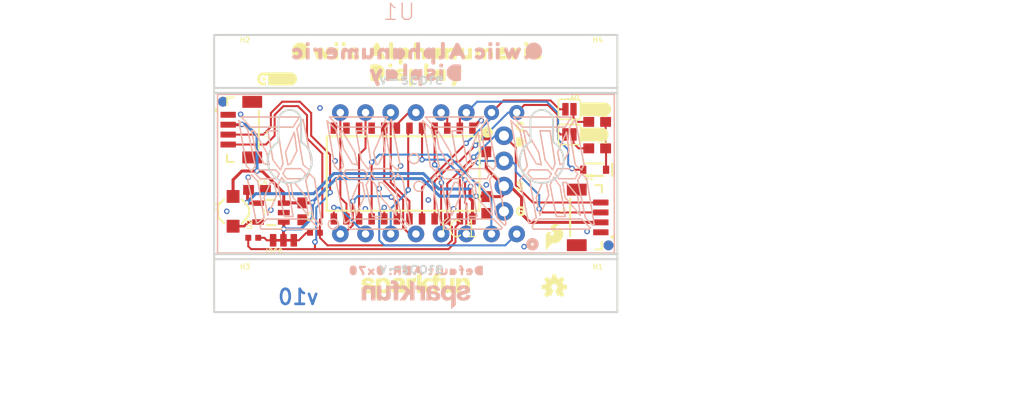
<source format=kicad_pcb>
(kicad_pcb (version 20211014) (generator pcbnew)
  (layers (0 "F.Cu" signal) (31 "B.Cu" signal) (34 "B.Paste" user) (35 "F.Paste" user) (36 "B.SilkS" user "B.Silkscreen") (37 "F.SilkS" user "F.Silkscreen") (38 "B.Mask" user) (39 "F.Mask" user) (44 "Edge.Cuts" user))
  (net 0 "")
  (net 1 "3.3V")
  (net 2 "GND")
  (net 3 "SDA")
  (net 4 "SCL")
  (net 5 "DIG_1A")
  (net 6 "DIG_1B")
  (net 7 "DIG_2A")
  (net 8 "DIG_2B")
  (net 9 "DIG_3A")
  (net 10 "DIG_3B")
  (net 11 "DIG_4B")
  (net 12 "DIG_DP")
  (net 13 "COM_A")
  (net 14 "COM_B")
  (net 15 "COM_C")
  (net 16 "COM_D")
  (net 17 "COM_E")
  (net 18 "COM_F")
  (net 19 "DIG_4A")
  (net 20 "COM_G")
  (net 21 "N$2")
  (net 22 "N$3")
  (net 23 "N$6")
  (net 24 "N$10")
  (net 25 "5V")
  (net 26 "N$1")
  (net 27 "N$4")
  (footprint "boardEagle:STAND-OFF" (layer "F.Cu") (at 166.2811 93.5736)
    (fp_text reference "H4" (at 0 -2.032) (layer "F.SilkS") (effects (font (size 0.512064 0.512064) (thickness 0.097536)) (justify left)))
    (fp_text value "STAND-OFF")
    (pad "" np_thru_hole circle (at 0 0) (size 3.302 3.302) (drill 3.302) (layers *.Cu *.Mask))
  )
  (footprint "boardEagle:0402-TIGHT" (layer "F.Cu") (at 132.1181 111.4806)
    (fp_text reference "R4" hide)
    (fp_text value "4.7k" hide)
    (pad "1" smd roundrect (at -0.5 0) (size 0.6 0.6) (layers "F.Cu" "F.Paste" "F.Mask") (roundrect_rratio 0.08466666667) (net 3 "SDA"))
    (pad "2" smd roundrect (at 0.5 0) (size 0.6 0.6) (layers "F.Cu" "F.Paste" "F.Mask") (roundrect_rratio 0.08466666667) (net 26 "N$1"))
  )
  (footprint "boardEagle:SOT23-5" (layer "F.Cu") (at 133.8961 108.9406 90)
    (fp_text reference "U2" (at -1.778 -2.159 90) (layer "F.SilkS") (effects (font (size 0.512064 0.512064) (thickness 0.097536)) (justify left)))
    (fp_text value "XC9140")
    (pad "1" smd roundrect (at -0.95 1.3001 90) (size 0.55 1.2) (layers "F.Cu" "F.Paste" "F.Mask") (roundrect_rratio 0.09236363636) (net 1 "3.3V"))
    (pad "2" smd roundrect (at 0 1.3001 90) (size 0.55 1.2) (layers "F.Cu" "F.Paste" "F.Mask") (roundrect_rratio 0.09236363636) (net 2 "GND"))
    (pad "3" smd roundrect (at 0.95 1.3001 90) (size 0.55 1.2) (layers "F.Cu" "F.Paste" "F.Mask") (roundrect_rratio 0.09236363636) (net 1 "3.3V"))
    (pad "4" smd roundrect (at 0.95 -1.3001 90) (size 0.55 1.2) (layers "F.Cu" "F.Paste" "F.Mask") (roundrect_rratio 0.09236363636) (net 25 "5V"))
    (pad "5" smd roundrect (at -0.95 -1.3001 90) (size 0.55 1.2) (layers "F.Cu" "F.Paste" "F.Mask") (roundrect_rratio 0.09236363636) (net 24 "N$10"))
  )
  (footprint "boardEagle:STAND-OFF" (layer "F.Cu") (at 130.7211 93.5736)
    (fp_text reference "H2" (at 0 -2.032) (layer "F.SilkS") (effects (font (size 0.512064 0.512064) (thickness 0.097536)) (justify left)))
    (fp_text value "STAND-OFF")
    (pad "" np_thru_hole circle (at 0 0) (size 3.302 3.302) (drill 3.302) (layers *.Cu *.Mask))
  )
  (footprint "boardEagle:C0" (layer "F.Cu") (at 157.8991 100.3046)
    (fp_text reference "U$14" hide)
    (fp_text value "" hide)
  )
  (footprint "boardEagle:MOUNTING_HOLE_M2-0.4X6" (layer "F.Cu") (at 135.8011 103.7336)
    (fp_text reference "U$7" hide)
    (fp_text value "MOUNTING_HOLE_M2-0.4X6" hide)
    (fp_text user "ROUTE\nOUT" (at 0 0) (layer "Edge.Cuts") (effects (font (size 0.46 0.46) (thickness 0.04))))
    (fp_line (start -1.143 -4) (end -1.143 -1.905) (layer "Edge.Cuts") (width 0.2032))
    (fp_line (start 1.143 -1.905) (end 1.143 -4) (layer "Edge.Cuts") (width 0.2032))
    (fp_arc (start 1.143 -1.905) (mid 0 2.221593) (end -1.143 -1.905) (layer "Edge.Cuts") (width 0.2032))
    (fp_arc (start -1.143 -4) (mid 0 -5.143) (end 1.143 -4) (layer "Edge.Cuts") (width 0.2032))
  )
  (footprint "boardEagle:SOD-323" (layer "F.Cu") (at 166.5351 104.6226 180)
    (fp_text reference "D2" (at 0 -0.762) (layer "F.SilkS") (effects (font (size 0.512064 0.512064) (thickness 0.097536)) (justify right)))
    (fp_text value "250mA/100V")
    (pad "A" smd roundrect (at 1.15 0 180) (size 0.63 0.83) (layers "F.Cu" "F.Paste" "F.Mask") (roundrect_rratio 0.08063492063) (net 13 "COM_A"))
    (pad "C" smd roundrect (at -1.15 0 180) (size 0.63 0.83) (layers "F.Cu" "F.Paste" "F.Mask") (roundrect_rratio 0.08063492063) (net 23 "N$6"))
  )
  (footprint "boardEagle:0603" (layer "F.Cu") (at 166.7891 99.7966)
    (fp_text reference "R3" (at 0 -0.762) (layer "F.SilkS") (effects (font (size 0.512064 0.512064) (thickness 0.097536)) (justify left)))
    (fp_text value "39k")
    (pad "1" smd roundrect (at -0.85 0) (size 1.1 1) (layers "F.Cu" "F.Paste" "F.Mask") (roundrect_rratio 0.0508) (net 22 "N$3"))
    (pad "2" smd roundrect (at 0.85 0) (size 1.1 1) (layers "F.Cu" "F.Paste" "F.Mask") (roundrect_rratio 0.0508) (net 23 "N$6"))
  )
  (footprint "boardEagle:JST04_1MM_VERT" (layer "F.Cu") (at 167.9321 109.4486 90)
    (fp_text reference "J5" (at 0.016 -4.566332 90) (layer "F.SilkS") (effects (font (size 0.564733 0.564733) (thickness 0.044867)) (justify left)))
    (fp_text value "Vertical Qwiic Connector")
    (pad "1" smd roundrect (at -1.478 -0.775 90) (size 0.6 1.55) (layers "F.Cu" "F.Paste" "F.Mask") (roundrect_rratio 0.08466666667) (net 2 "GND"))
    (pad "2" smd roundrect (at -0.478 -0.775 90) (size 0.6 1.55) (layers "F.Cu" "F.Paste" "F.Mask") (roundrect_rratio 0.08466666667) (net 1 "3.3V"))
    (pad "3" smd roundrect (at 0.522 -0.775 90) (size 0.6 1.55) (layers "F.Cu" "F.Paste" "F.Mask") (roundrect_rratio 0.08466666667) (net 3 "SDA"))
    (pad "4" smd roundrect (at 1.522 -0.775 90) (size 0.6 1.55) (layers "F.Cu" "F.Paste" "F.Mask") (roundrect_rratio 0.08466666667) (net 4 "SCL"))
    (pad "NC1" smd roundrect (at -2.778 -3.2 90) (size 1.2 2) (layers "F.Cu" "F.Paste" "F.Mask") (roundrect_rratio 0.04233333333))
    (pad "NC2" smd roundrect (at 2.822 -3.2 90) (size 1.2 2) (layers "F.Cu" "F.Paste" "F.Mask") (roundrect_rratio 0.04233333333))
  )
  (footprint "boardEagle:0603" (layer "F.Cu") (at 132.4991 106.6546)
    (fp_text reference "C4" (at 0 -0.762) (layer "F.SilkS") (effects (font (size 0.512064 0.512064) (thickness 0.097536)) (justify left)))
    (fp_text value "10uF")
    (pad "1" smd roundrect (at -0.85 0) (size 1.1 1) (layers "F.Cu" "F.Paste" "F.Mask") (roundrect_rratio 0.0508) (net 25 "5V"))
    (pad "2" smd roundrect (at 0.85 0) (size 1.1 1) (layers "F.Cu" "F.Paste" "F.Mask") (roundrect_rratio 0.0508) (net 2 "GND"))
  )
  (footprint "boardEagle:OSHW-LOGO-MINI" (layer "F.Cu") (at 162.4711 116.4336)
    (fp_text reference "LOGO1" hide)
    (fp_text value "OSHW-LOGOMINI" hide)
  )
  (footprint "boardEagle:SMT-JUMPER_2_NO_SILK" (layer "F.Cu") (at 163.9951 98.5266)
    (fp_text reference "A0" (at 0 -1.143) (layer "F.SilkS") (effects (font (size 0.512064 0.512064) (thickness 0.097536)) (justify left)))
    (fp_text value "JUMPER-SMT_2_NO_SILK")
    (pad "1" smd roundrect (at -0.4064 0) (size 0.635 1.27) (layers "F.Cu" "F.Mask") (roundrect_rratio 0.08) (net 7 "DIG_2A"))
    (pad "2" smd roundrect (at 0.4064 0) (size 0.635 1.27) (layers "F.Cu" "F.Mask") (roundrect_rratio 0.08) (net 22 "N$3"))
  )
  (footprint "boardEagle:#A0#0" (layer "F.Cu") (at 164.7571 98.5266)
    (fp_text reference "U$12" hide)
    (fp_text value "" hide)
  )
  (footprint "boardEagle:G0" (layer "F.Cu") (at 157.8991 108.8136)
    (fp_text reference "U$17" hide)
    (fp_text value "" hide)
  )
  (footprint "boardEagle:CREATIVE_COMMONS" (layer "F.Cu") (at 126.9111 127.8636)
    (fp_text reference "FRAME1" hide)
    (fp_text value "FRAME-LETTER" hide)
  )
  (footprint "boardEagle:FIDUCIAL-1X2" (layer "F.Cu") (at 129.0701 97.7646)
    (fp_text reference "FD1" hide)
    (fp_text value "FIDUCIAL1X2" hide)
    (pad "1" smd roundrect (at 0 0) (size 1 1) (layers "F.Cu" "F.Mask") (roundrect_rratio 0.5))
  )
  (footprint "boardEagle:SFE_LOGO_FLAME_.1" (layer "F.Cu") (at 162.4711 111.3536)
    (fp_text reference "LOGO4" hide)
    (fp_text value "SFE_LOGO_FLAME.1_INCH" hide)
  )
  (footprint "boardEagle:0402-TIGHT" (layer "F.Cu") (at 138.3411 110.9726 180)
    (fp_text reference "R5" hide)
    (fp_text value "4.7k" hide)
    (pad "1" smd roundrect (at -0.5 0 180) (size 0.6 0.6) (layers "F.Cu" "F.Paste" "F.Mask") (roundrect_rratio 0.08466666667) (net 4 "SCL"))
    (pad "2" smd roundrect (at 0.5 0 180) (size 0.6 0.6) (layers "F.Cu" "F.Paste" "F.Mask") (roundrect_rratio 0.08466666667) (net 27 "N$4"))
  )
  (footprint "boardEagle:STAND-OFF" (layer "F.Cu") (at 130.7211 116.4336)
    (fp_text reference "H3" (at 0 -2.032) (layer "F.SilkS") (effects (font (size 0.512064 0.512064) (thickness 0.097536)) (justify left)))
    (fp_text value "STAND-OFF")
    (pad "" np_thru_hole circle (at 0 0) (size 3.302 3.302) (drill 3.302) (layers *.Cu *.Mask))
  )
  (footprint "boardEagle:JST04_1MM_VERT" (layer "F.Cu") (at 128.8161 100.5586 -90)
    (fp_text reference "J4" (at 0.016 -4.566331 90) (layer "F.SilkS") (effects (font (size 0.564733 0.564733) (thickness 0.044867)) (justify right)))
    (fp_text value "Vertical Qwiic Connector")
    (pad "1" smd roundrect (at -1.478 -0.775 270) (size 0.6 1.55) (layers "F.Cu" "F.Paste" "F.Mask") (roundrect_rratio 0.08466666667) (net 2 "GND"))
    (pad "2" smd roundrect (at -0.478 -0.775 270) (size 0.6 1.55) (layers "F.Cu" "F.Paste" "F.Mask") (roundrect_rratio 0.08466666667) (net 1 "3.3V"))
    (pad "3" smd roundrect (at 0.522 -0.775 270) (size 0.6 1.55) (layers "F.Cu" "F.Paste" "F.Mask") (roundrect_rratio 0.08466666667) (net 3 "SDA"))
    (pad "4" smd roundrect (at 1.522 -0.775 270) (size 0.6 1.55) (layers "F.Cu" "F.Paste" "F.Mask") (roundrect_rratio 0.08466666667) (net 4 "SCL"))
    (pad "NC1" smd roundrect (at -2.778 -3.2 270) (size 1.2 2) (layers "F.Cu" "F.Paste" "F.Mask") (roundrect_rratio 0.04233333333))
    (pad "NC2" smd roundrect (at 2.822 -3.2 270) (size 1.2 2) (layers "F.Cu" "F.Paste" "F.Mask") (roundrect_rratio 0.04233333333))
  )
  (footprint "boardEagle:STAND-OFF" (layer "F.Cu") (at 166.2811 116.4336)
    (fp_text reference "H1" (at 0 -2.032) (layer "F.SilkS") (effects (font (size 0.512064 0.512064) (thickness 0.097536)) (justify left)))
    (fp_text value "STAND-OFF")
    (pad "" np_thru_hole circle (at 0 0) (size 3.302 3.302) (drill 3.302) (layers *.Cu *.Mask))
  )
  (footprint "boardEagle:0603" (layer "F.Cu") (at 155.6131 108.1786 -90)
    (fp_text reference "C1" hide)
    (fp_text value "0.1uF" hide)
    (pad "1" smd roundrect (at -0.85 0 270) (size 1.1 1) (layers "F.Cu" "F.Paste" "F.Mask") (roundrect_rratio 0.0508) (net 1 "3.3V"))
    (pad "2" smd roundrect (at 0.85 0 270) (size 1.1 1) (layers "F.Cu" "F.Paste" "F.Mask") (roundrect_rratio 0.0508) (net 2 "GND"))
  )
  (footprint "boardEagle:FIDUCIAL-1X2" (layer "F.Cu") (at 167.9321 112.2426)
    (fp_text reference "FD3" hide)
    (fp_text value "FIDUCIAL1X2" hide)
    (pad "1" smd roundrect (at 0 0) (size 1 1) (layers "F.Cu" "F.Mask") (roundrect_rratio 0.5))
  )
  (footprint "boardEagle:0603" (layer "F.Cu") (at 137.0711 108.8136 -90)
    (fp_text reference "C3" (at 0 -0.762 90) (layer "F.SilkS") (effects (font (size 0.512064 0.512064) (thickness 0.097536)) (justify right)))
    (fp_text value "4.7uF")
    (pad "1" smd roundrect (at -0.85 0 270) (size 1.1 1) (layers "F.Cu" "F.Paste" "F.Mask") (roundrect_rratio 0.0508) (net 1 "3.3V"))
    (pad "2" smd roundrect (at 0.85 0 270) (size 1.1 1) (layers "F.Cu" "F.Paste" "F.Mask") (roundrect_rratio 0.0508) (net 2 "GND"))
  )
  (footprint "boardEagle:SMT-JUMPER_2_NO_SILK" (layer "F.Cu") (at 163.9951 101.0666)
    (fp_text reference "A1" (at 0 -1.143) (layer "F.SilkS") (effects (font (size 0.512064 0.512064) (thickness 0.097536)) (justify left)))
    (fp_text value "JUMPER-SMT_2_NO_SILK")
    (pad "1" smd roundrect (at -0.4064 0) (size 0.635 1.27) (layers "F.Cu" "F.Mask") (roundrect_rratio 0.08) (net 5 "DIG_1A"))
    (pad "2" smd roundrect (at 0.4064 0) (size 0.635 1.27) (layers "F.Cu" "F.Mask") (roundrect_rratio 0.08) (net 21 "N$2"))
  )
  (footprint "boardEagle:DISPLAY0" (layer "F.Cu") (at 142.6591 94.8436)
    (fp_text reference "U$10" hide)
    (fp_text value "" hide)
  )
  (footprint "boardEagle:QWIIC_4MM" (layer "F.Cu") (at 134.5311 95.4786)
    (fp_text reference "U$6" hide)
    (fp_text value "" hide)
  )
  (footprint "boardEagle:SFE_LOGO_NAME_.1" (layer "F.Cu") (at 148.5011 116.4336)
    (fp_text reference "LOGO3" hide)
    (fp_text value "SFE_LOGO_NAME.1_INCH" hide)
  )
  (footprint "boardEagle:#A1#0" (layer "F.Cu") (at 164.7571 101.0666)
    (fp_text reference "U$13" hide)
    (fp_text value "" hide)
  )
  (footprint "boardEagle:30" (layer "F.Cu") (at 157.8991 106.2736)
    (fp_text reference "U$16" hide)
    (fp_text value "" hide)
  )
  (footprint "boardEagle:0603" (layer "F.Cu") (at 155.6131 101.9556 90)
    (fp_text reference "C2" (at 0 -0.762 90) (layer "F.SilkS") (effects (font (size 0.512064 0.512064) (thickness 0.097536)) (justify left)))
    (fp_text value "10uF")
    (pad "1" smd roundrect (at -0.85 0 90) (size 1.1 1) (layers "F.Cu" "F.Paste" "F.Mask") (roundrect_rratio 0.0508) (net 1 "3.3V"))
    (pad "2" smd roundrect (at 0.85 0 90) (size 1.1 1) (layers "F.Cu" "F.Paste" "F.Mask") (roundrect_rratio 0.0508) (net 2 "GND"))
  )
  (footprint "boardEagle:INDUCTOR_4.7UH" (layer "F.Cu") (at 130.0861 108.8136 90)
    (fp_text reference "L1" (at 0 -1.651 90) (layer "F.SilkS") (effects (font (size 0.512064 0.512064) (thickness 0.097536)) (justify left)))
    (fp_text value "4.7µH")
    (pad "P$1" smd roundrect (at -1.5 0 180) (size 1.3 1.3) (layers "F.Cu" "F.Paste" "F.Mask") (roundrect_rratio 0.03907692308) (net 24 "N$10"))
    (pad "P$2" smd roundrect (at 1.5 0 180) (size 1.3 1.3) (layers "F.Cu" "F.Paste" "F.Mask") (roundrect_rratio 0.03907692308) (net 1 "3.3V"))
  )
  (footprint "boardEagle:VK16K33" (layer "F.Cu") (at 147.2311 105.0036 180)
    (fp_text reference "IC1" (at -7.75 -5.6) (layer "F.SilkS") (effects (font (size 1.647139 1.647139) (thickness 0.130861)) (justify right)))
    (fp_text value "")
    (pad "1" smd roundrect (at -6.985 4.572 180) (size 0.6604 1.143) (layers "F.Cu" "F.Paste" "F.Mask") (roundrect_rratio 0.07692307692) (net 2 "GND"))
    (pad "2" smd roundrect (at -5.715 4.572 180) (size 0.6604 1.143) (layers "F.Cu" "F.Paste" "F.Mask") (roundrect_rratio 0.07692307692) (net 13 "COM_A"))
    (pad "3" smd roundrect (at -4.445 4.572 180) (size 0.6604 1.143) (layers "F.Cu" "F.Paste" "F.Mask") (roundrect_rratio 0.07692307692) (net 14 "COM_B"))
    (pad "4" smd roundrect (at -3.175 4.572 180) (size 0.6604 1.143) (layers "F.Cu" "F.Paste" "F.Mask") (roundrect_rratio 0.07692307692) (net 15 "COM_C"))
    (pad "5" smd roundrect (at -1.905 4.572 180) (size 0.6604 1.143) (layers "F.Cu" "F.Paste" "F.Mask") (roundrect_rratio 0.07692307692) (net 16 "COM_D"))
    (pad "6" smd roundrect (at -0.635 4.572 180) (size 0.6604 1.143) (layers "F.Cu" "F.Paste" "F.Mask") (roundrect_rratio 0.07692307692) (net 17 "COM_E"))
    (pad "7" smd roundrect (at 0.635 4.572 180) (size 0.6604 1.143) (layers "F.Cu" "F.Paste" "F.Mask") (roundrect_rratio 0.07692307692) (net 18 "COM_F"))
    (pad "8" smd roundrect (at 1.905 4.572 180) (size 0.6604 1.143) (layers "F.Cu" "F.Paste" "F.Mask") (roundrect_rratio 0.07692307692) (net 20 "COM_G"))
    (pad "9" smd roundrect (at 3.175 4.572 180) (size 0.6604 1.143) (layers "F.Cu" "F.Paste" "F.Mask") (roundrect_rratio 0.07692307692))
    (pad "10" smd roundrect (at 4.445 4.572 180) (size 0.6604 1.143) (layers "F.Cu" "F.Paste" "F.Mask") (roundrect_rratio 0.07692307692))
    (pad "11" smd roundrect (at 5.715 4.572 180) (size 0.6604 1.143) (layers "F.Cu" "F.Paste" "F.Mask") (roundrect_rratio 0.07692307692))
    (pad "12" smd roundrect (at 6.985 4.572 180) (size 0.6604 1.143) (layers "F.Cu" "F.Paste" "F.Mask") (roundrect_rratio 0.07692307692))
    (pad "13" smd roundrect (at 6.985 -4.572 180) (size 0.6604 1.143) (layers "F.Cu" "F.Paste" "F.Mask") (roundrect_rratio 0.07692307692) (net 12 "DIG_DP"))
    (pad "14" smd roundrect (at 5.715 -4.572 180) (size 0.6604 1.143) (layers "F.Cu" "F.Paste" "F.Mask") (roundrect_rratio 0.07692307692) (net 11 "DIG_4B"))
    (pad "15" smd roundrect (at 4.445 -4.572 180) (size 0.6604 1.143) (layers "F.Cu" "F.Paste" "F.Mask") (roundrect_rratio 0.07692307692) (net 10 "DIG_3B"))
    (pad "16" smd roundrect (at 3.175 -4.572 180) (size 0.6604 1.143) (layers "F.Cu" "F.Paste" "F.Mask") (roundrect_rratio 0.07692307692) (net 8 "DIG_2B"))
    (pad "17" smd roundrect (at 1.905 -4.572 180) (size 0.6604 1.143) (layers "F.Cu" "F.Paste" "F.Mask") (roundrect_rratio 0.07692307692) (net 6 "DIG_1B"))
    (pad "18" smd roundrect (at 0.635 -4.572 180) (size 0.6604 1.143) (layers "F.Cu" "F.Paste" "F.Mask") (roundrect_rratio 0.07692307692) (net 19 "DIG_4A"))
    (pad "19" smd roundrect (at -0.635 -4.572 180) (size 0.6604 1.143) (layers "F.Cu" "F.Paste" "F.Mask") (roundrect_rratio 0.07692307692) (net 9 "DIG_3A"))
    (pad "20" smd roundrect (at -1.905 -4.572 180) (size 0.6604 1.143) (layers "F.Cu" "F.Paste" "F.Mask") (roundrect_rratio 0.07692307692) (net 7 "DIG_2A"))
    (pad "21" smd roundrect (at -3.175 -4.572 180) (size 0.6604 1.143) (layers "F.Cu" "F.Paste" "F.Mask") (roundrect_rratio 0.07692307692) (net 5 "DIG_1A"))
    (pad "22" smd roundrect (at -4.445 -4.572 180) (size 0.6604 1.143) (layers "F.Cu" "F.Paste" "F.Mask") (roundrect_rratio 0.07692307692) (net 4 "SCL"))
    (pad "23" smd roundrect (at -5.715 -4.572 180) (size 0.6604 1.143) (layers "F.Cu" "F.Paste" "F.Mask") (roundrect_rratio 0.07692307692) (net 3 "SDA"))
    (pad "24" smd roundrect (at -6.985 -4.572 180) (size 0.6604 1.143) (layers "F.Cu" "F.Paste" "F.Mask") (roundrect_rratio 0.07692307692) (net 25 "5V"))
  )
  (footprint "boardEagle:D0" (layer "F.Cu") (at 157.8991 101.8286)
    (fp_text reference "U$15" hide)
    (fp_text value "" hide)
  )
  (footprint "boardEagle:1X04_NO_SILK" (layer "F.Cu") (at 157.3911 108.8136 90)
    (fp_text reference "J3" hide)
    (fp_text value "")
    (pad "1" thru_hole circle (at 0 0 180) (size 1.8796 1.8796) (drill 1.016) (layers *.Cu *.Mask) (net 2 "GND"))
    (pad "2" thru_hole circle (at 2.54 0 180) (size 1.8796 1.8796) (drill 1.016) (layers *.Cu *.Mask) (net 1 "3.3V"))
    (pad "3" thru_hole circle (at 5.08 0 180) (size 1.8796 1.8796) (drill 1.016) (layers *.Cu *.Mask) (net 3 "SDA"))
    (pad "4" thru_hole circle (at 7.62 0 180) (size 1.8796 1.8796) (drill 1.016) (layers *.Cu *.Mask) (net 4 "SCL"))
  )
  (footprint "boardEagle:SMT-JUMPER_3_2-NC_TRACE_NO-SILK" (layer "F.Cu") (at 135.1661 111.7346 180)
    (fp_text reference "I2C0" (at 0 -1.143) (layer "F.SilkS") (effects (font (size 0.512064 0.512064) (thickness 0.097536)) (justify right)))
    (fp_text value "JUMPER-SMT_3_2-NC_TRACE_NO-SILK")
    (fp_poly (pts (xy 0.7112 0.13335) (xy -0.7112 0.13335) (xy -0.7112 -0.13335) (xy 0.7112 -0.13335)) (layer "F.Cu") (width 0) (fill solid))
    (pad "1" smd roundrect (at -1.0414 0 180) (size 0.6604 1.27) (layers "F.Cu" "F.Mask") (roundrect_rratio 0.07692307692) (net 27 "N$4"))
    (pad "2" smd roundrect (at 0 0 180) (size 0.6604 1.27) (layers "F.Cu" "F.Mask") (roundrect_rratio 0.07692307692) (net 1 "3.3V"))
    (pad "3" smd roundrect (at 1.0414 0 180) (size 0.6604 1.27) (layers "F.Cu" "F.Mask") (roundrect_rratio 0.07692307692) (net 26 "N$1"))
  )
  (footprint "boardEagle:QWIIC_ALPHANUMERIC0" (layer "F.Cu") (at 134.7851 92.6846)
    (fp_text reference "U$8" hide)
    (fp_text value "" hide)
  )
  (footprint "boardEagle:MOUNTING_HOLE_M2-0.4X6" (layer "F.Cu") (at 161.2011 103.7336)
    (fp_text reference "U$3" hide)
    (fp_text value "MOUNTING_HOLE_M2-0.4X6" hide)
    (fp_text user "ROUTE\nOUT" (at 0 0) (layer "Edge.Cuts") (effects (font (size 0.46 0.46) (thickness 0.04))))
    (fp_line (start -1.143 -4) (end -1.143 -1.905) (layer "Edge.Cuts") (width 0.2032))
    (fp_line (start 1.143 -1.905) (end 1.143 -4) (layer "Edge.Cuts") (width 0.2032))
    (fp_arc (start 1.143 -1.905) (mid 0 2.221593) (end -1.143 -1.905) (layer "Edge.Cuts") (width 0.2032))
    (fp_arc (start -1.143 -4) (mid 0 -5.143) (end 1.143 -4) (layer "Edge.Cuts") (width 0.2032))
  )
  (footprint "boardEagle:0603" (layer "F.Cu") (at 166.7891 102.4636)
    (fp_text reference "R2" (at 0 -0.762) (layer "F.SilkS") (effects (font (size 0.512064 0.512064) (thickness 0.097536)) (justify left)))
    (fp_text value "39k")
    (pad "1" smd roundrect (at -0.85 0) (size 1.1 1) (layers "F.Cu" "F.Paste" "F.Mask") (roundrect_rratio 0.0508) (net 21 "N$2"))
    (pad "2" smd roundrect (at 0.85 0) (size 1.1 1) (layers "F.Cu" "F.Paste" "F.Mask") (roundrect_rratio 0.0508) (net 23 "N$6"))
  )
  (footprint "boardEagle:DISPLAY0" (layer "B.Cu") (at 154.3431 94.8436 180)
    (fp_text reference "U$11" hide)
    (fp_text value "" hide)
  )
  (footprint "boardEagle:FIDUCIAL-1X2" (layer "B.Cu") (at 129.0701 97.7646 180)
    (fp_text reference "FD2" hide)
    (fp_text value "FIDUCIAL1X2" hide)
    (pad "1" smd roundrect (at 0 0 180) (size 1 1) (layers "B.Cu" "B.Mask") (roundrect_rratio 0.5))
  )
  (footprint "boardEagle:DEFAULT_ADR#_0X700" (layer "B.Cu") (at 155.9941 114.7826 180)
    (fp_text reference "U$1" hide)
    (fp_text value "" hide)
  )
  (footprint "boardEagle:FIDUCIAL-1X2" (layer "B.Cu") (at 167.9321 112.2426 180)
    (fp_text reference "FD4" hide)
    (fp_text value "FIDUCIAL1X2" hide)
    (pad "1" smd roundrect (at 0 0 180) (size 1 1) (layers "B.Cu" "B.Mask") (roundrect_rratio 0.5))
  )
  (footprint "boardEagle:QWIIC_ALPHANUMERIC0" (layer "B.Cu") (at 162.4711 92.6846 180)
    (fp_text reference "U$9" hide)
    (fp_text value "" hide)
  )
  (footprint "boardEagle:SFE_LOGO_NAME_.1" (layer "B.Cu") (at 148.5011 117.1956 180)
    (fp_text reference "LOGO2" hide)
    (fp_text value "SFE_LOGO_NAME.1_INCH" hide)
  )
  (footprint "boardEagle:SILSMART_DISPLAY" (layer "B.Cu") (at 148.5011 105.0036 180)
    (fp_text reference "U1" (at -0.05 16.3) (layer "B.SilkS") (effects (font (size 1.647139 1.647139) (thickness 0.130861)) (justify left mirror)))
    (fp_text value "Alphanumeric Display")
    (pad "1" thru_hole circle (at -10.178 -6.092 180) (size 1.6764 1.6764) (drill 0.75) (layers *.Cu *.Mask) (net 6 "DIG_1B"))
    (pad "2" thru_hole circle (at -7.638 -6.092 180) (size 1.6764 1.6764) (drill 0.75) (layers *.Cu *.Mask) (net 8 "DIG_2B"))
    (pad "3" thru_hole circle (at -5.098 -6.092 180) (size 1.6764 1.6764) (drill 0.75) (layers *.Cu *.Mask) (net 16 "COM_D"))
    (pad "4" thru_hole circle (at -2.558 -6.092 180) (size 1.6764 1.6764) (drill 0.75) (layers *.Cu *.Mask) (net 15 "COM_C"))
    (pad "5" thru_hole circle (at -0.018 -6.092 180) (size 1.6764 1.6764) (drill 0.75) (layers *.Cu *.Mask) (net 20 "COM_G"))
    (pad "6" thru_hole circle (at 2.522 -6.092 180) (size 1.6764 1.6764) (drill 0.75) (layers *.Cu *.Mask) (net 17 "COM_E"))
    (pad "7" thru_hole circle (at 5.062 -6.092 180) (size 1.6764 1.6764) (drill 0.75) (layers *.Cu *.Mask) (net 12 "DIG_DP"))
    (pad "8" thru_hole circle (at 7.602 -6.092 180) (size 1.6764 1.6764) (drill 0.75) (layers *.Cu *.Mask) (net 19 "DIG_4A"))
    (pad "9" thru_hole circle (at 7.602 6.148) (size 1.6764 1.6764) (drill 0.75) (layers *.Cu *.Mask) (net 11 "DIG_4B"))
    (pad "10" thru_hole circle (at 5.062 6.148) (size 1.6764 1.6764) (drill 0.75) (layers *.Cu *.Mask) (net 10 "DIG_3B"))
    (pad "11" thru_hole circle (at 2.522 6.148) (size 1.6764 1.6764) (drill 0.75) (layers *.Cu *.Mask) (net 9 "DIG_3A"))
    (pad "12" thru_hole circle (at -0.018 6.148) (size 1.6764 1.6764) (drill 0.75) (layers *.Cu *.Mask) (net 18 "COM_F"))
    (pad "13" thru_hole circle (at -2.558 6.148) (size 1.6764 1.6764) (drill 0.75) (layers *.Cu *.Mask) (net 14 "COM_B"))
    (pad "14" thru_hole circle (at -5.098 6.148) (size 1.6764 1.6764) (drill 0.75) (layers *.Cu *.Mask) (net 13 "COM_A"))
    (pad "15" thru_hole circle (at -7.638 6.148) (size 1.524 1.524) (drill 0.75) (layers *.Cu *.Mask) (net 7 "DIG_2A"))
    (pad "16" thru_hole circle (at -10.178 6.148) (size 1.524 1.524) (drill 0.75) (layers *.Cu *.Mask) (net 5 "DIG_1A"))
  )
  (gr_line (start 128.1811 96.8756) (end 128.1811 91.0336) (layer "Edge.Cuts") (width 0.2032))
  (gr_line (start 128.1811 91.0336) (end 168.8211 91.0336) (layer "Edge.Cuts") (width 0.2032))
  (gr_line (start 128.3081 113.6396) (end 168.8211 113.6396) (layer "Edge.Cuts") (width 0.2032))
  (gr_line (start 168.8211 91.0336) (end 168.8211 96.8756) (layer "Edge.Cuts") (width 0.2032))
  (gr_line (start 168.8211 96.3676) (end 128.3081 96.3676) (layer "Edge.Cuts") (width 0.2032))
  (gr_line (start 168.8211 118.9736) (end 128.1811 118.9736) (layer "Edge.Cuts") (width 0.2032))
  (gr_line (start 168.8211 113.1316) (end 168.8211 96.8756) (layer "Edge.Cuts") (width 0.2032))
  (gr_line (start 128.1811 118.9736) (end 128.1811 113.1316) (layer "Edge.Cuts") (width 0.2032))
  (gr_line (start 168.8211 113.1316) (end 168.8211 118.9736) (layer "Edge.Cuts") (width 0.2032))
  (gr_line (start 128.1811 113.1316) (end 168.8211 113.1316) (layer "Edge.Cuts") (width 0.2032))
  (gr_line (start 128.1811 96.8756) (end 128.1811 113.1316) (layer "Edge.Cuts") (width 0.2032))
  (gr_line (start 168.8211 96.8756) (end 128.1811 96.8756) (layer "Edge.Cuts") (width 0.2032))
  (gr_text "v10" (at 138.8491 118.3386) (layer "B.Cu") (effects (font (size 1.5113 1.5113) (thickness 0.2667)) (justify left bottom mirror)))
  (gr_text "v-score" (at 144.6911 96.1136) (layer "Edge.Cuts") (effects (font (size 1.0795 1.0795) (thickness 0.1905)) (justify left bottom)))
  (gr_text "v-score" (at 144.6911 115.1636) (layer "Edge.Cuts") (effects (font (size 1.0795 1.0795) (thickness 0.1905)) (justify left bottom)))
  (segment (start 154.5971 107.2896) (end 155.5741 107.2896) (width 0.3048) (layer "F.Cu") (net 1))
  (segment (start 159.1691 107.4166) (end 159.1691 109.0676) (width 0.3048) (layer "F.Cu") (net 1))
  (segment (start 157.3911 106.2736) (end 158.0261 106.2736) (width 0.3048) (layer "F.Cu") (net 1))
  (segment (start 157.115968 107.3286) (end 155.6131 107.3286) (width 0.3048) (layer "F.Cu") (net 1))
  (segment (start 160.0281 109.9266) (end 167.1571 109.9266) (width 0.3048) (layer "F.Cu") (net 1))
  (segment (start 138.0481 107.9636) (end 137.0711 107.9636) (width 0.3048) (layer "F.Cu") (net 1))
  (segment (start 130.0861 105.6386) (end 130.9751 104.7496) (width 0.3048) (layer "F.Cu") (net 1))
  (segment (start 135.1962 107.9906) (end 135.2232 107.9636) (width 0.3048) (layer "F.Cu") (net 1))
  (segment (start 157.3911 106.2736) (end 155.6131 104.4956) (width 0.3048) (layer "F.Cu") (net 1))
  (segment (start 159.1691 109.0676) (end 160.0281 109.9266) (width 0.3048) (layer "F.Cu") (net 1))
  (segment (start 135.1661 111.7346) (end 135.1661 110.6217) (width 0.3048) (layer "F.Cu") (net 1))
  (segment (start 135.1962 109.8906) (end 135.1962 110.5916) (width 0.3048) (layer "F.Cu") (net 1))
  (segment (start 157.3911 106.2736) (end 157.3911 107.053469) (width 0.3048) (layer "F.Cu") (net 1))
  (segment (start 130.0861 107.3136) (end 130.0861 105.6386) (width 0.3048) (layer "F.Cu") (net 1))
  (segment (start 135.1661 110.6217) (end 135.1962 110.5916) (width 0.3048) (layer "F.Cu") (net 1))
  (segment (start 135.1962 107.9906) (end 135.1962 106.9387) (width 0.3048) (layer "F.Cu") (net 1))
  (segment (start 133.0071 104.7496) (end 132.4991 104.7496) (width 0.3048) (layer "F.Cu") (net 1))
  (segment (start 138.0871 107.9246) (end 138.0481 107.9636) (width 0.3048) (layer "F.Cu") (net 1))
  (segment (start 135.1962 106.9387) (end 133.0071 104.7496) (width 0.3048) (layer "F.Cu") (net 1))
  (segment (start 155.5741 107.2896) (end 155.6131 107.3286) (width 0.3048) (layer "F.Cu") (net 1))
  (segment (start 157.3911 107.053469) (end 157.115968 107.3286) (width 0.3048) (layer "F.Cu") (net 1))
  (segment (start 158.0261 106.2736) (end 159.1691 107.4166) (width 0.3048) (layer "F.Cu") (net 1))
  (segment (start 135.2232 107.9636) (end 137.0711 107.9636) (width 0.3048) (layer "F.Cu") (net 1))
  (segment (start 130.9751 104.7496) (end 132.4991 104.7496) (width 0.3048) (layer "F.Cu") (net 1))
  (segment (start 130.9451 100.0806) (end 130.9751 100.0506) (width 0.2032) (layer "F.Cu") (net 1))
  (segment (start 129.5911 100.0806) (end 130.9451 100.0806) (width 0.3048) (layer "F.Cu") (net 1))
  (segment (start 155.6131 104.4956) (end 155.6131 102.8056) (width 0.3048) (layer "F.Cu") (net 1))
  (via (at 154.5971 107.2896) (size 0.5588) (drill 0.3048) (layers "F.Cu" "B.Cu") (net 1))
  (via (at 135.1962 110.5916) (size 0.5588) (drill 0.3048) (layers "F.Cu" "B.Cu") (net 1))
  (via (at 138.0871 107.9246) (size 0.5588) (drill 0.3048) (layers "F.Cu" "B.Cu") (net 1))
  (via (at 132.4991 104.7496) (size 0.5588) (drill 0.3048) (layers "F.Cu" "B.Cu") (net 1))
  (via (at 130.9751 100.0506) (size 0.5588) (drill 0.3048) (layers "F.Cu" "B.Cu") (net 1))
  (segment (start 138.0871 109.4486) (end 136.9441 110.5916) (width 0.3048) (layer "B.Cu") (net 1))
  (segment (start 138.0871 107.9246) (end 138.0871 107.883575) (width 0.3048) (layer "B.Cu") (net 1))
  (segment (start 140.459075 105.5116) (end 149.1361 105.5116) (width 0.3048) (layer "B.Cu") (net 1))
  (segment (start 150.9141 107.2896) (end 154.5971 107.2896) (width 0.3048) (layer "B.Cu") (net 1))
  (segment (start 136.9441 110.5916) (end 135.1962 110.5916) (width 0.3048) (layer "B.Cu") (net 1))
  (segment (start 132.4991 101.1936) (end 132.4991 104.7496) (width 0.3048) (layer "B.Cu") (net 1))
  (segment (start 149.1361 105.5116) (end 150.9141 107.2896) (width 0.3048) (layer "B.Cu") (net 1))
  (segment (start 132.4991 101.1936) (end 131.3561 100.0506) (width 0.3048) (layer "B.Cu") (net 1))
  (segment (start 130.9751 100.0506) (end 131.3561 100.0506) (width 0.3048) (layer "B.Cu") (net 1))
  (segment (start 138.0871 107.9246) (end 138.0871 109.4486) (width 0.3048) (layer "B.Cu") (net 1))
  (segment (start 140.459075 105.5116) (end 138.0871 107.883575) (width 0.3048) (layer "B.Cu") (net 1))
  (segment (start 154.2161 100.4316) (end 154.9781 99.6696) (width 0.3048) (layer "F.Cu") (net 2))
  (segment (start 154.9781 99.6696) (end 155.1051 99.6696) (width 0.3048) (layer "F.Cu") (net 2))
  (via (at 146.9771 104.2416) (size 0.5588) (drill 0.3048) (layers "F.Cu" "B.Cu") (net 2))
  (via (at 155.6131 106.1466) (size 0.5588) (drill 0.3048) (layers "F.Cu" "B.Cu") (net 2))
  (via (at 165.7731 110.8456) (size 0.5588) (drill 0.3048) (layers "F.Cu" "B.Cu") (net 2))
  (via (at 131.6101 105.3846) (size 0.5588) (drill 0.3048) (layers "F.Cu" "B.Cu") (net 2))
  (via (at 143.4211 108.5596) (size 0.5588) (drill 0.3048) (layers "F.Cu" "B.Cu") (net 2))
  (via (at 149.7711 107.6706) (size 0.5588) (drill 0.3048) (layers "F.Cu" "B.Cu") (net 2))
  (via (at 140.3731 103.7336) (size 0.5588) (drill 0.3048) (layers "F.Cu" "B.Cu") (net 2))
  (via (at 152.3111 108.5596) (size 0.5588) (drill 0.3048) (layers "F.Cu" "B.Cu") (net 2))
  (via (at 133.8961 108.6866) (size 0.5588) (drill 0.3048) (layers "F.Cu" "B.Cu") (net 2))
  (via (at 144.8181 106.5276) (size 0.5588) (drill 0.3048) (layers "F.Cu" "B.Cu") (net 2))
  (via (at 159.4231 112.3696) (size 0.5588) (drill 0.3048) (layers "F.Cu" "B.Cu") (net 2))
  (via (at 138.8491 98.3996) (size 0.5588) (drill 0.3048) (layers "F.Cu" "B.Cu") (net 2))
  (via (at 155.1051 99.6696) (size 0.5588) (drill 0.3048) (layers "F.Cu" "B.Cu") (net 2))
  (via (at 130.8481 99.0346) (size 0.5588) (drill 0.3048) (layers "F.Cu" "B.Cu") (net 2))
  (via (at 129.4511 108.8136) (size 0.5588) (drill 0.3048) (layers "F.Cu" "B.Cu") (net 2))
  (segment (start 131.9031 112.6236) (end 131.6181 112.3386) (width 0.2032) (layer "F.Cu") (net 3))
  (segment (start 154.4193 103.922888) (end 152.9461 105.396088) (width 0.2032) (layer "F.Cu") (net 3))
  (segment (start 160.9481 108.5596) (end 160.9471 108.5596) (width 0.2032) (layer "F.Cu") (net 3))
  (segment (start 161.3151 108.9266) (end 160.9481 108.5596) (width 0.2032) (layer "F.Cu") (net 3))
  (segment (start 136.8171 97.7646) (end 137.9601 98.9076) (width 0.2032) (layer "F.Cu") (net 3))
  (segment (start 135.0391 97.7646) (end 136.8171 97.7646) (width 0.2032) (layer "F.Cu") (net 3))
  (segment (start 138.3411 112.6236) (end 131.9031 112.6236) (width 0.2032) (layer "F.Cu") (net 3))
  (segment (start 131.6181 112.3386) (end 131.6181 111.4806) (width 0.2032) (layer "F.Cu") (net 3))
  (segment (start 152.5069 110.389194) (end 152.5069 111.9198) (width 0.2032) (layer "F.Cu") (net 3))
  (segment (start 152.5069 111.9198) (end 151.8031 112.6236) (width 0.2032) (layer "F.Cu") (net 3))
  (segment (start 151.8031 112.6236) (end 138.3411 112.6236) (width 0.2032) (layer "F.Cu") (net 3))
  (segment (start 129.5911 101.0806) (end 133.1201 101.0806) (width 0.2032) (layer "F.Cu") (net 3))
  (segment (start 133.1201 101.0806) (end 133.8961 100.3046) (width 0.2032) (layer "F.Cu") (net 3))
  (segment (start 152.9461 109.5756) (end 152.9461 109.949994) (width 0.2032) (layer "F.Cu") (net 3))
  (segment (start 139.8651 103.0986) (end 139.8651 106.9086) (width 0.2032) (layer "F.Cu") (net 3))
  (segment (start 152.9461 109.5756) (end 152.9461 105.396088) (width 0.2032) (layer "F.Cu") (net 3))
  (segment (start 133.8961 98.9076) (end 135.0391 97.7646) (width 0.2032) (layer "F.Cu") (net 3))
  (segment (start 167.1571 108.9266) (end 161.3151 108.9266) (width 0.2032) (layer "F.Cu") (net 3))
  (segment (start 152.9461 109.949994) (end 152.5069 110.389194) (width 0.2032) (layer "F.Cu") (net 3))
  (segment (start 138.3411 111.8997) (end 138.3411 112.6236) (width 0.2032) (layer "F.Cu") (net 3))
  (segment (start 154.4193 103.922888) (end 154.8003 103.922888) (width 0.2032) (layer "F.Cu") (net 3))
  (segment (start 137.9601 101.1936) (end 139.8651 103.0986) (width 0.2032) (layer "F.Cu") (net 3))
  (segment (start 133.8961 100.3046) (end 133.8961 98.9076) (width 0.2032) (layer "F.Cu") (net 3))
  (segment (start 137.9601 98.9076) (end 137.9601 101.1936) (width 0.2032) (layer "F.Cu") (net 3))
  (via (at 138.3411 111.8997) (size 0.5588) (drill 0.3048) (layers "F.Cu" "B.Cu") (net 3))
  (via (at 154.8003 103.922888) (size 0.5588) (drill 0.3048) (layers "F.Cu" "B.Cu") (net 3))
  (via (at 139.8651 106.9086) (size 0.5588) (drill 0.3048) (layers "F.Cu" "B.Cu") (net 3))
  (via (at 160.9471 108.5596) (size 0.5588) (drill 0.3048) (layers "F.Cu" "B.Cu") (net 3))
  (segment (start 138.4681 111.7727) (end 138.3411 111.8997) (width 0.2032) (layer "B.Cu") (net 3))
  (segment (start 158.5849 104.81185) (end 158.5849 104.1654) (width 0.2032) (layer "B.Cu") (net 3))
  (segment (start 139.8651 106.9086) (end 139.8651 107.0356) (width 0.2032) (layer "B.Cu") (net 3))
  (segment (start 139.8651 107.0356) (end 138.4681 108.4326) (width 0.2032) (layer "B.Cu") (net 3))
  (segment (start 138.4681 108.4326) (end 138.4681 111.7727) (width 0.2032) (layer "B.Cu") (net 3))
  (segment (start 160.9471 107.17405) (end 158.5849 104.81185) (width 0.2032) (layer "B.Cu") (net 3))
  (segment (start 154.8003 103.922888) (end 154.989587 103.7336) (width 0.2032) (layer "B.Cu") (net 3))
  (segment (start 157.3911 103.7336) (end 158.1531 103.7336) (width 0.2032) (layer "B.Cu") (net 3))
  (segment (start 154.989587 103.7336) (end 157.3911 103.7336) (width 0.2032) (layer "B.Cu") (net 3))
  (segment (start 158.5849 104.1654) (end 158.1531 103.7336) (width 0.2032) (layer "B.Cu") (net 3))
  (segment (start 160.9471 108.5596) (end 160.9471 107.17405) (width 0.2032) (layer "B.Cu") (net 3))
  (segment (start 138.8411 110.9726) (end 138.8411 109.6556) (width 0.2032) (layer "F.Cu") (net 4))
  (segment (start 152.1513 110.389194) (end 152.1513 111.7346) (width 0.2032) (layer "F.Cu") (net 4))
  (segment (start 139.0836 102.9911) (end 137.5401 101.4476) (width 0.2032) (layer "F.Cu") (net 4))
  (segment (start 138.8411 111.4806) (end 138.8411 110.9726) (width 0.2032) (layer "F.Cu") (net 4))
  (segment (start 158.5849 102.3874) (end 157.3911 101.1936) (width 0.2032) (layer "F.Cu") (net 4))
  (segment (start 134.2771 101.1936) (end 133.3901 102.0806) (width 0.2032) (layer "F.Cu") (net 4))
  (segment (start 139.6031 112.2426) (end 151.6433 112.2426) (width 0.2032) (layer "F.Cu") (net 4))
  (segment (start 165.0091 107.9246) (end 160.3121 107.9246) (width 0.2032) (layer "F.Cu") (net 4))
  (segment (start 165.0111 107.9266) (end 165.0091 107.9246) (width 0.2032) (layer "F.Cu") (net 4))
  (segment (start 158.5849 106.1974) (end 158.5849 102.3874) (width 0.2032) (layer "F.Cu") (net 4))
  (segment (start 160.3121 107.9246) (end 158.5849 106.1974) (width 0.2032) (layer "F.Cu") (net 4))
  (segment (start 137.5401 99.1226) (end 137.5401 101.4476) (width 0.2032) (layer "F.Cu") (net 4))
  (segment (start 137.5401 99.1226) (end 136.6271 98.2096) (width 0.2032) (layer "F.Cu") (net 4))
  (segment (start 138.8411 109.6556) (end 139.0836 109.4131) (width 0.2032) (layer "F.Cu") (net 4))
  (segment (start 151.6761 106.0196) (end 154.3431 103.3526) (width 0.2032) (layer "F.Cu") (net 4))
  (segment (start 136.6271 98.2096) (end 135.161606 98.2096) (width 0.2032) (layer "F.Cu") (net 4))
  (segment (start 151.6761 109.5756) (end 151.6761 106.0196) (width 0.2032) (layer "F.Cu") (net 4))
  (segment (start 151.6761 109.5756) (end 151.6761 109.913994) (width 0.2032) (layer "F.Cu") (net 4))
  (segment (start 152.1513 111.7346) (end 151.6433 112.2426) (width 0.2032) (layer "F.Cu") (net 4))
  (segment (start 133.3901 102.0806) (end 129.5911 102.0806) (width 0.2032) (layer "F.Cu") (net 4))
  (segment (start 151.6761 109.913994) (end 152.1513 110.389194) (width 0.2032) (layer "F.Cu") (net 4))
  (segment (start 134.2771 99.094107) (end 134.2771 101.1936) (width 0.2032) (layer "F.Cu") (net 4))
  (segment (start 135.161606 98.2096) (end 134.2771 99.094107) (width 0.2032) (layer "F.Cu") (net 4))
  (segment (start 139.0836 109.4131) (end 139.0836 102.9911) (width 0.2032) (layer "F.Cu") (net 4))
  (segment (start 165.0111 107.9266) (end 167.1571 107.9266) (width 0.2032) (layer "F.Cu") (net 4))
  (segment (start 139.6031 112.2426) (end 138.8411 111.4806) (width 0.2032) (layer "F.Cu") (net 4))
  (via (at 154.3431 103.3526) (size 0.5588) (drill 0.3048) (layers "F.Cu" "B.Cu") (net 4))
  (segment (start 156.5021 101.1936) (end 157.3911 101.1936) (width 0.2032) (layer "B.Cu") (net 4))
  (segment (start 154.3431 103.3526) (end 156.5021 101.1936) (width 0.2032) (layer "B.Cu") (net 4))
  (segment (start 161.825468 98.0936) (end 159.4411 98.0936) (width 0.2032) (layer "F.Cu") (net 5))
  (segment (start 163.1061 101.0666) (end 162.817068 100.777569) (width 0.2032) (layer "F.Cu") (net 5))
  (segment (start 162.817068 99.0852) (end 161.825468 98.0936) (width 0.2032) (layer "F.Cu") (net 5))
  (segment (start 159.4411 98.0936) (end 158.6791 98.8556) (width 0.2032) (layer "F.Cu") (net 5))
  (segment (start 162.817068 100.777569) (end 162.817068 99.0852) (width 0.2032) (layer "F.Cu") (net 5))
  (segment (start 163.5887 101.0666) (end 163.1061 101.0666) (width 0.2032) (layer "F.Cu") (net 5))
  (segment (start 152.8711 103.8086) (end 152.3631 103.8086) (width 0.2032) (layer "F.Cu") (net 5))
  (segment (start 150.4061 109.5756) (end 150.4061 105.7656) (width 0.2032) (layer "F.Cu") (net 5))
  (segment (start 152.8711 103.8086) (end 154.5221 102.1576) (width 0.2032) (layer "F.Cu") (net 5))
  (segment (start 152.3631 103.8086) (end 150.4061 105.7656) (width 0.2032) (layer "F.Cu") (net 5))
  (via (at 154.5221 102.1576) (size 0.5588) (drill 0.3048) (layers "F.Cu" "B.Cu") (net 5))
  (segment (start 154.5221 102.1576) (end 157.8241 98.8556) (width 0.2032) (layer "B.Cu") (net 5))
  (segment (start 157.8241 98.8556) (end 158.6791 98.8556) (width 0.2032) (layer "B.Cu") (net 5))
  (segment (start 145.3261 108.4326) (end 145.3261 109.5756) (width 0.2032) (layer "F.Cu") (net 6))
  (via (at 145.3261 108.4326) (size 0.5588) (drill 0.3048) (layers "F.Cu" "B.Cu") (net 6))
  (segment (start 145.3261 112.2426) (end 144.8181 111.7346) (width 0.2032) (layer "B.Cu") (net 6))
  (segment (start 144.8181 111.7346) (end 144.8181 108.9406) (width 0.2032) (layer "B.Cu") (net 6))
  (segment (start 144.8181 108.9406) (end 145.3261 108.4326) (width 0.2032) (layer "B.Cu") (net 6))
  (segment (start 157.5321 112.2426) (end 145.3261 112.2426) (width 0.2032) (layer "B.Cu") (net 6))
  (segment (start 158.6791 111.0956) (end 157.5321 112.2426) (width 0.2032) (layer "B.Cu") (net 6))
  (segment (start 162.0901 97.6376) (end 162.9791 98.5266) (width 0.2032) (layer "F.Cu") (net 7))
  (segment (start 156.1391 98.8556) (end 157.3571 97.6376) (width 0.2032) (layer "F.Cu") (net 7))
  (segment (start 149.1361 109.5756) (end 149.1361 106.4006) (width 0.2032) (layer "F.Cu") (net 7))
  (segment (start 157.3571 97.6376) (end 162.0901 97.6376) (width 0.2032) (layer "F.Cu") (net 7))
  (segment (start 153.5811 101.9556) (end 149.1361 106.4006) (width 0.2032) (layer "F.Cu") (net 7))
  (segment (start 162.9791 98.5266) (end 163.5887 98.5266) (width 0.2032) (layer "F.Cu") (net 7))
  (via (at 153.5811 101.9556) (size 0.5588) (drill 0.3048) (layers "F.Cu" "B.Cu") (net 7))
  (segment (start 153.5811 101.9556) (end 156.1391 99.3976) (width 0.2032) (layer "B.Cu") (net 7))
  (segment (start 156.1391 99.3976) (end 156.1391 98.8556) (width 0.2032) (layer "B.Cu") (net 7))
  (segment (start 144.0561 109.5756) (end 144.0561 103.8606) (width 0.2032) (layer "F.Cu") (net 8))
  (via (at 144.0561 103.8606) (size 0.5588) (drill 0.3048) (layers "F.Cu" "B.Cu") (net 8))
  (segment (start 156.1211 107.5436) (end 151.6761 103.0986) (width 0.2032) (layer "B.Cu") (net 8))
  (segment (start 156.1211 111.0776) (end 156.1211 107.5436) (width 0.2032) (layer "B.Cu") (net 8))
  (segment (start 156.1391 111.0956) (end 156.1211 111.0776) (width 0.2032) (layer "B.Cu") (net 8))
  (segment (start 151.6761 103.0986) (end 144.8181 103.0986) (width 0.2032) (layer "B.Cu") (net 8))
  (segment (start 144.8181 103.0986) (end 144.0561 103.8606) (width 0.2032) (layer "B.Cu") (net 8))
  (segment (start 145.9791 98.8556) (end 145.9791 105.9106) (width 0.2032) (layer "F.Cu") (net 9))
  (segment (start 147.8661 107.7976) (end 147.8661 109.5756) (width 0.2032) (layer "F.Cu") (net 9))
  (segment (start 145.9791 105.9106) (end 147.8661 107.7976) (width 0.2032) (layer "F.Cu") (net 9))
  (segment (start 143.4391 102.4456) (end 142.7861 103.0986) (width 0.2032) (layer "F.Cu") (net 10))
  (segment (start 142.7861 103.0986) (end 142.7861 109.5756) (width 0.2032) (layer "F.Cu") (net 10))
  (segment (start 143.4391 98.8556) (end 143.4391 102.4456) (width 0.2032) (layer "F.Cu") (net 10))
  (segment (start 140.8991 107.4346) (end 141.5161 108.0516) (width 0.2032) (layer "F.Cu") (net 11))
  (segment (start 141.5161 108.0516) (end 141.5161 109.5756) (width 0.2032) (layer "F.Cu") (net 11))
  (segment (start 140.8991 98.8556) (end 140.8991 107.4346) (width 0.2032) (layer "F.Cu") (net 11))
  (segment (start 140.2461 108.4326) (end 140.2461 109.5756) (width 0.2032) (layer "F.Cu") (net 12))
  (via (at 140.2461 108.4326) (size 0.5588) (drill 0.3048) (layers "F.Cu" "B.Cu") (net 12))
  (segment (start 143.4391 111.0956) (end 140.7761 108.4326) (width 0.2032) (layer "B.Cu") (net 12))
  (segment (start 140.7761 108.4326) (end 140.2461 108.4326) (width 0.2032) (layer "B.Cu") (net 12))
  (segment (start 165.3851 104.6226) (end 164.3761 104.6226) (width 0.2032) (layer "F.Cu") (net 13))
  (segment (start 152.9461 99.5086) (end 153.5991 98.8556) (width 0.2032) (layer "F.Cu") (net 13))
  (segment (start 164.3761 104.6226) (end 164.2491 104.4956) (width 0.2032) (layer "F.Cu") (net 13))
  (segment (start 152.9461 100.4316) (end 152.9461 99.5086) (width 0.2032) (layer "F.Cu") (net 13))
  (via (at 164.2491 104.4956) (size 0.5588) (drill 0.3048) (layers "F.Cu" "B.Cu") (net 13))
  (segment (start 163.8681 102.5906) (end 162.8521 101.5746) (width 0.2032) (layer "B.Cu") (net 13))
  (segment (start 161.7091 97.7646) (end 162.8521 98.9076) (width 0.2032) (layer "B.Cu") (net 13))
  (segment (start 162.8521 98.9076) (end 162.8521 101.5746) (width 0.2032) (layer "B.Cu") (net 13))
  (segment (start 164.2491 104.4956) (end 163.8681 104.1146) (width 0.2032) (layer "B.Cu") (net 13))
  (segment (start 153.5991 98.8556) (end 154.6901 97.7646) (width 0.2032) (layer "B.Cu") (net 13))
  (segment (start 163.8681 102.5906) (end 163.8681 104.1146) (width 0.2032) (layer "B.Cu") (net 13))
  (segment (start 154.6901 97.7646) (end 161.7091 97.7646) (width 0.2032) (layer "B.Cu") (net 13))
  (segment (start 151.6761 100.4316) (end 151.6761 99.4726) (width 0.2032) (layer "F.Cu") (net 14))
  (segment (start 151.6761 99.4726) (end 151.0591 98.8556) (width 0.2032) (layer "F.Cu") (net 14))
  (segment (start 151.0591 105.95675) (end 151.0792 105.93665) (width 0.2032) (layer "F.Cu") (net 15))
  (segment (start 150.4061 104.1146) (end 150.4061 100.4316) (width 0.2032) (layer "F.Cu") (net 15))
  (segment (start 151.0591 111.0956) (end 151.0591 105.95675) (width 0.2032) (layer "F.Cu") (net 15))
  (via (at 151.0792 105.93665) (size 0.5588) (drill 0.3048) (layers "F.Cu" "B.Cu") (net 15))
  (via (at 150.4061 104.1146) (size 0.5588) (drill 0.3048) (layers "F.Cu" "B.Cu") (net 15))
  (segment (start 151.0792 104.7877) (end 150.4061 104.1146) (width 0.2032) (layer "B.Cu") (net 15))
  (segment (start 151.0792 105.93665) (end 151.0792 104.7877) (width 0.2032) (layer "B.Cu") (net 15))
  (segment (start 153.5991 108.0696) (end 153.4721 107.9426) (width 0.2032) (layer "F.Cu") (net 16))
  (segment (start 153.5991 108.0696) (end 153.5991 111.0956) (width 0.2032) (layer "F.Cu") (net 16))
  (segment (start 153.4721 105.6566) (end 153.4721 107.9426) (width 0.2032) (layer "F.Cu") (net 16))
  (segment (start 149.1361 100.4316) (end 149.1361 103.6066) (width 0.2032) (layer "F.Cu") (net 16))
  (via (at 153.4721 105.6566) (size 0.5588) (drill 0.3048) (layers "F.Cu" "B.Cu") (net 16))
  (via (at 149.1361 103.6066) (size 0.5588) (drill 0.3048) (layers "F.Cu" "B.Cu") (net 16))
  (segment (start 149.1361 103.6066) (end 151.4221 103.6066) (width 0.2032) (layer "B.Cu") (net 16))
  (segment (start 151.4221 103.6066) (end 153.4721 105.6566) (width 0.2032) (layer "B.Cu") (net 16))
  (segment (start 147.7391 100.5586) (end 147.8661 100.4316) (width 0.2032) (layer "F.Cu") (net 17))
  (segment (start 147.7391 106.6546) (end 147.7391 100.5586) (width 0.2032) (layer "F.Cu") (net 17))
  (via (at 147.7391 106.6546) (size 0.5588) (drill 0.3048) (layers "F.Cu" "B.Cu") (net 17))
  (segment (start 145.9791 111.0956) (end 145.9791 108.5416) (width 0.2032) (layer "B.Cu") (net 17))
  (segment (start 147.7391 106.7816) (end 147.7391 106.6546) (width 0.2032) (layer "B.Cu") (net 17))
  (segment (start 147.7391 106.7816) (end 145.9791 108.5416) (width 0.2032) (layer "B.Cu") (net 17))
  (segment (start 146.5961 100.0506) (end 147.7911 98.8556) (width 0.2032) (layer "F.Cu") (net 18))
  (segment (start 147.7911 98.8556) (end 148.5191 98.8556) (width 0.2032) (layer "F.Cu") (net 18))
  (segment (start 146.5961 100.4316) (end 146.5961 100.0506) (width 0.2032) (layer "F.Cu") (net 18))
  (segment (start 141.2661 111.0956) (end 142.1511 110.2106) (width 0.2032) (layer "F.Cu") (net 19))
  (segment (start 146.047025 107.375525) (end 146.5961 107.9246) (width 0.2032) (layer "F.Cu") (net 19))
  (segment (start 142.1511 110.2106) (end 142.1511 107.7976) (width 0.2032) (layer "F.Cu") (net 19))
  (segment (start 146.5961 107.9246) (end 146.5961 109.5756) (width 0.2032) (layer "F.Cu") (net 19))
  (segment (start 140.8991 111.0956) (end 141.2661 111.0956) (width 0.2032) (layer "F.Cu") (net 19))
  (via (at 146.047025 107.375525) (size 0.5588) (drill 0.3048) (layers "F.Cu" "B.Cu") (net 19))
  (via (at 142.1511 107.7976) (size 0.5588) (drill 0.3048) (layers "F.Cu" "B.Cu") (net 19))
  (segment (start 146.047025 107.375525) (end 145.9611 107.2896) (width 0.2032) (layer "B.Cu") (net 19))
  (segment (start 142.1511 107.7976) (end 142.6591 107.2896) (width 0.2032) (layer "B.Cu") (net 19))
  (segment (start 145.9611 107.2896) (end 142.6591 107.2896) (width 0.2032) (layer "B.Cu") (net 19))
  (segment (start 147.2311 110.4646) (end 147.8621 111.0956) (width 0.2032) (layer "F.Cu") (net 20))
  (segment (start 145.3261 105.7656) (end 147.2311 107.6706) (width 0.2032) (layer "F.Cu") (net 20))
  (segment (start 147.2311 107.6706) (end 147.2311 110.4646) (width 0.2032) (layer "F.Cu") (net 20))
  (segment (start 145.3261 100.4316) (end 145.3261 105.7656) (width 0.2032) (layer "F.Cu") (net 20))
  (segment (start 147.8621 111.0956) (end 148.5191 111.0956) (width 0.2032) (layer "F.Cu") (net 20))
  (segment (start 165.9391 102.4636) (end 164.9231 102.4636) (width 0.2032) (layer "F.Cu") (net 21))
  (segment (start 164.9231 102.4636) (end 164.4015 101.942) (width 0.2032) (layer "F.Cu") (net 21))
  (segment (start 164.4015 101.0666) (end 164.4015 101.942) (width 0.2032) (layer "F.Cu") (net 21))
  (segment (start 164.7961 99.7966) (end 164.4015 99.402) (width 0.2032) (layer "F.Cu") (net 22))
  (segment (start 164.7961 99.7966) (end 165.9391 99.7966) (width 0.2032) (layer "F.Cu") (net 22))
  (segment (start 164.4015 98.5266) (end 164.4015 99.402) (width 0.2032) (layer "F.Cu") (net 22))
  (segment (start 167.6851 104.6226) (end 167.6851 102.4636) (width 0.2032) (layer "F.Cu") (net 23))
  (segment (start 167.6391 102.4636) (end 167.6851 102.4636) (width 0.2032) (layer "F.Cu") (net 23))
  (segment (start 167.6391 99.7966) (end 167.6391 102.4636) (width 0.2032) (layer "F.Cu") (net 23))
  (segment (start 132.596 109.8906) (end 131.629875 109.8906) (width 0.254) (layer "F.Cu") (net 24))
  (segment (start 131.206875 110.3136) (end 130.0861 110.3136) (width 0.254) (layer "F.Cu") (net 24))
  (segment (start 131.629875 109.8906) (end 131.206875 110.3136) (width 0.254) (layer "F.Cu") (net 24))
  (segment (start 131.6491 106.6546) (end 131.5491 106.7546) (width 0.3048) (layer "F.Cu") (net 25))
  (segment (start 154.2161 107.754025) (end 154.2161 109.5756) (width 0.3048) (layer "F.Cu") (net 25))
  (segment (start 132.596 107.9906) (end 131.5491 107.9906) (width 0.3048) (layer "F.Cu") (net 25))
  (segment (start 153.9621 107.500025) (end 154.2161 107.754025) (width 0.3048) (layer "F.Cu") (net 25))
  (segment (start 154.0182 106.3117) (end 153.9621 106.3678) (width 0.3048) (layer "F.Cu") (net 25))
  (segment (start 153.9621 106.3678) (end 153.9621 107.500025) (width 0.3048) (layer "F.Cu") (net 25))
  (segment (start 131.5491 107.9906) (end 131.4831 107.9246) (width 0.2032) (layer "F.Cu") (net 25))
  (segment (start 131.5491 106.7546) (end 131.5491 107.9906) (width 0.3048) (layer "F.Cu") (net 25))
  (via (at 131.4831 107.9246) (size 0.5588) (drill 0.3048) (layers "F.Cu" "B.Cu") (net 25))
  (via (at 154.0182 106.3117) (size 0.5588) (drill 0.3048) (layers "F.Cu" "B.Cu") (net 25))
  (segment (start 140.2461 105.0036) (end 149.2631 105.0036) (width 0.3048) (layer "B.Cu") (net 25))
  (segment (start 149.2631 105.0036) (end 150.8252 106.5657) (width 0.3048) (layer "B.Cu") (net 25))
  (segment (start 131.4831 107.9246) (end 132.3721 107.0356) (width 0.3048) (layer "B.Cu") (net 25))
  (segment (start 153.7642 106.5657) (end 150.8252 106.5657) (width 0.3048) (layer "B.Cu") (net 25))
  (segment (start 138.2141 107.0356) (end 140.2461 105.0036) (width 0.3048) (layer "B.Cu") (net 25))
  (segment (start 153.7642 106.5657) (end 154.0182 106.3117) (width 0.3048) (layer "B.Cu") (net 25))
  (segment (start 132.3721 107.0356) (end 138.2141 107.0356) (width 0.3048) (layer "B.Cu") (net 25))
  (segment (start 133.4897 111.7346) (end 133.2357 111.4806) (width 0.2032) (layer "F.Cu") (net 26))
  (segment (start 133.2357 111.4806) (end 132.6181 111.4806) (width 0.2032) (layer "F.Cu") (net 26))
  (segment (start 134.1247 111.7346) (end 133.4897 111.7346) (width 0.2032) (layer "F.Cu") (net 26))
  (segment (start 137.4775 110.9726) (end 136.7155 111.7346) (width 0.2032) (layer "F.Cu") (net 27))
  (segment (start 137.4775 110.9726) (end 137.8411 110.9726) (width 0.2032) (layer "F.Cu") (net 27))
  (segment (start 136.2075 111.7346) (end 136.7155 111.7346) (width 0.2032) (layer "F.Cu") (net 27))
)
</source>
